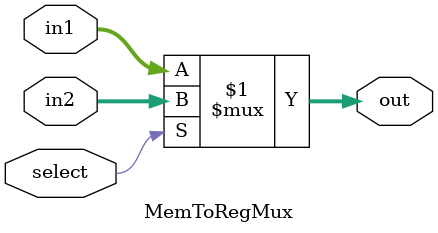
<source format=sv>
module MemToRegMux(
  input[7:0]  in1, 
  			  in2, 
  input       select,
  output logic[7:0] out);

// assign one of the inputs to the output based upon select line input
assign out = select ? in2 : in1;
  
endmodule
</source>
